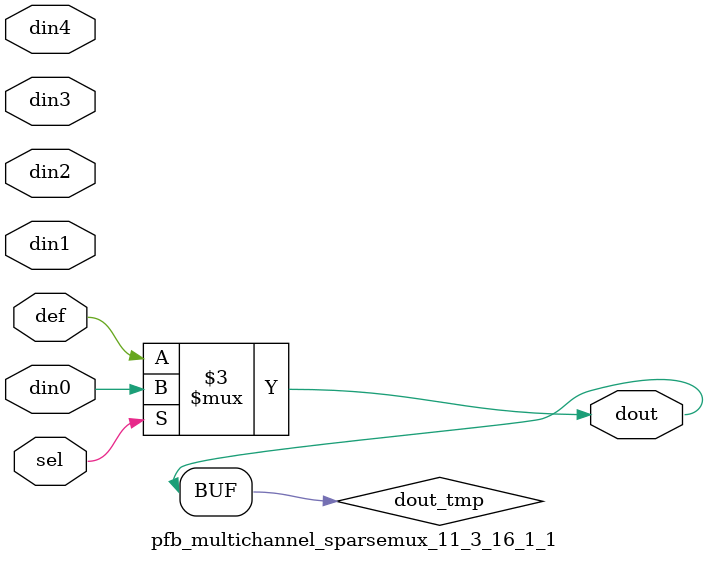
<source format=v>
`timescale 1ns / 1ps

module pfb_multichannel_sparsemux_11_3_16_1_1 (din0,din1,din2,din3,din4,def,sel,dout);

parameter din0_WIDTH = 1;

parameter din1_WIDTH = 1;

parameter din2_WIDTH = 1;

parameter din3_WIDTH = 1;

parameter din4_WIDTH = 1;

parameter def_WIDTH = 1;
parameter sel_WIDTH = 1;
parameter dout_WIDTH = 1;

parameter [sel_WIDTH-1:0] CASE0 = 1;

parameter [sel_WIDTH-1:0] CASE1 = 1;

parameter [sel_WIDTH-1:0] CASE2 = 1;

parameter [sel_WIDTH-1:0] CASE3 = 1;

parameter [sel_WIDTH-1:0] CASE4 = 1;

parameter ID = 1;
parameter NUM_STAGE = 1;



input [din0_WIDTH-1:0] din0;

input [din1_WIDTH-1:0] din1;

input [din2_WIDTH-1:0] din2;

input [din3_WIDTH-1:0] din3;

input [din4_WIDTH-1:0] din4;

input [def_WIDTH-1:0] def;
input [sel_WIDTH-1:0] sel;

output [dout_WIDTH-1:0] dout;



reg [dout_WIDTH-1:0] dout_tmp;

always @ (*) begin
case (sel)
    
    CASE0 : dout_tmp = din0;
    
    CASE1 : dout_tmp = din1;
    
    CASE2 : dout_tmp = din2;
    
    CASE3 : dout_tmp = din3;
    
    CASE4 : dout_tmp = din4;
    
    default : dout_tmp = def;
endcase
end


assign dout = dout_tmp;



endmodule

</source>
